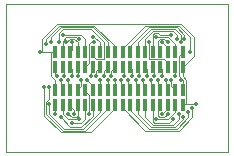
<source format=gtl>
G75*
%MOIN*%
%OFA0B0*%
%FSLAX25Y25*%
%IPPOS*%
%LPD*%
%AMOC8*
5,1,8,0,0,1.08239X$1,22.5*
%
%ADD10C,0.00000*%
%ADD11R,0.01500X0.04000*%
%ADD12C,0.00300*%
%ADD13C,0.01400*%
D10*
X0001800Y0001300D02*
X0001800Y0050761D01*
X0076001Y0050761D01*
X0076001Y0001300D01*
X0001800Y0001300D01*
D11*
X0018300Y0017200D03*
X0020800Y0017200D03*
X0023300Y0017200D03*
X0025800Y0017200D03*
X0028300Y0017200D03*
X0030800Y0017200D03*
X0033300Y0017200D03*
X0035800Y0017200D03*
X0038300Y0017200D03*
X0040800Y0017200D03*
X0043300Y0017200D03*
X0045800Y0017200D03*
X0048300Y0017200D03*
X0050800Y0017200D03*
X0053300Y0017200D03*
X0055800Y0017200D03*
X0058300Y0017200D03*
X0060800Y0017200D03*
X0060800Y0022200D03*
X0058300Y0022200D03*
X0055800Y0022200D03*
X0053300Y0022200D03*
X0050800Y0022200D03*
X0048300Y0022200D03*
X0045800Y0022200D03*
X0043300Y0022200D03*
X0040800Y0022200D03*
X0038300Y0022200D03*
X0035800Y0022200D03*
X0033300Y0022200D03*
X0030800Y0022200D03*
X0028300Y0022200D03*
X0025800Y0022200D03*
X0023300Y0022200D03*
X0020800Y0022200D03*
X0018300Y0022200D03*
X0018300Y0029800D03*
X0020800Y0029800D03*
X0023300Y0029800D03*
X0025800Y0029800D03*
X0028300Y0029800D03*
X0030800Y0029800D03*
X0033300Y0029800D03*
X0035800Y0029800D03*
X0038300Y0029800D03*
X0040800Y0029800D03*
X0043300Y0029800D03*
X0045800Y0029800D03*
X0048300Y0029800D03*
X0050800Y0029800D03*
X0053300Y0029800D03*
X0055800Y0029800D03*
X0058300Y0029800D03*
X0060800Y0029800D03*
X0060800Y0034800D03*
X0058300Y0034800D03*
X0055800Y0034800D03*
X0053300Y0034800D03*
X0050800Y0034800D03*
X0048300Y0034800D03*
X0045800Y0034800D03*
X0043300Y0034800D03*
X0040800Y0034800D03*
X0038300Y0034800D03*
X0035800Y0034800D03*
X0033300Y0034800D03*
X0030800Y0034800D03*
X0028300Y0034800D03*
X0025800Y0034800D03*
X0023300Y0034800D03*
X0020800Y0034800D03*
X0018300Y0034800D03*
D12*
X0017050Y0034800D01*
X0017050Y0026675D01*
X0018300Y0025425D01*
X0018300Y0022200D01*
X0016425Y0022925D02*
X0016425Y0019175D01*
X0015175Y0017925D01*
X0015175Y0014175D01*
X0020800Y0008550D01*
X0028300Y0008550D01*
X0035800Y0016050D01*
X0035800Y0017200D01*
X0038300Y0017200D02*
X0038300Y0016050D01*
X0030175Y0007925D01*
X0020175Y0007925D01*
X0014550Y0013550D01*
X0014550Y0022925D01*
X0020175Y0022925D02*
X0020800Y0022300D01*
X0020800Y0022200D01*
X0020175Y0022925D02*
X0020175Y0025425D01*
X0018925Y0026675D02*
X0018300Y0027300D01*
X0018300Y0029800D01*
X0020800Y0029800D02*
X0021425Y0029175D01*
X0021425Y0026675D01*
X0022675Y0025425D02*
X0022675Y0022925D01*
X0023300Y0022300D01*
X0023300Y0022200D01*
X0025800Y0022200D02*
X0025800Y0022300D01*
X0027050Y0023550D01*
X0027050Y0025425D01*
X0025800Y0026675D02*
X0025800Y0029800D01*
X0023925Y0029175D02*
X0023300Y0029800D01*
X0023925Y0029175D02*
X0023925Y0026675D01*
X0028300Y0029800D02*
X0029550Y0031050D01*
X0029550Y0037300D01*
X0030175Y0037925D01*
X0031425Y0037925D01*
X0033300Y0037925D02*
X0033300Y0034800D01*
X0030800Y0034800D02*
X0030800Y0033550D01*
X0032050Y0032300D01*
X0034550Y0032300D01*
X0034550Y0037925D01*
X0030175Y0042300D01*
X0020800Y0042300D01*
X0019550Y0041050D01*
X0019550Y0037925D01*
X0020800Y0038550D02*
X0020800Y0034800D01*
X0023300Y0034800D02*
X0023925Y0035425D01*
X0023925Y0037925D01*
X0024550Y0039175D02*
X0023300Y0039175D01*
X0022050Y0037925D01*
X0020800Y0038550D02*
X0022050Y0039800D01*
X0025175Y0039800D01*
X0025800Y0039175D01*
X0026425Y0039175D01*
X0025800Y0037925D02*
X0025800Y0034800D01*
X0028300Y0034800D02*
X0028300Y0039175D01*
X0027050Y0040425D01*
X0020800Y0040425D01*
X0020175Y0042925D02*
X0030800Y0042925D01*
X0035800Y0037925D01*
X0035800Y0034800D01*
X0038300Y0034800D02*
X0038300Y0036675D01*
X0031425Y0043550D01*
X0019550Y0043550D01*
X0015175Y0039175D01*
X0015175Y0037300D01*
X0017050Y0037925D02*
X0017050Y0039800D01*
X0020175Y0042925D01*
X0018925Y0044175D02*
X0013925Y0039175D01*
X0013925Y0034800D01*
X0013300Y0034800D01*
X0013925Y0034800D02*
X0017050Y0034800D01*
X0024550Y0039175D02*
X0025800Y0037925D01*
X0030800Y0039800D02*
X0031425Y0039800D01*
X0033300Y0037925D01*
X0040800Y0036050D02*
X0040800Y0034800D01*
X0040800Y0036050D02*
X0048300Y0043550D01*
X0059550Y0043550D01*
X0063300Y0039800D01*
X0063300Y0034800D01*
X0064550Y0033550D02*
X0064550Y0039800D01*
X0060175Y0044175D01*
X0018925Y0044175D01*
X0030800Y0029800D02*
X0030175Y0029175D01*
X0030175Y0026675D01*
X0028925Y0025425D02*
X0030800Y0023550D01*
X0030800Y0022200D01*
X0029550Y0020425D02*
X0028300Y0021675D01*
X0028300Y0022200D01*
X0029550Y0020425D02*
X0029550Y0014175D01*
X0030800Y0013550D02*
X0030800Y0017200D01*
X0028300Y0017200D02*
X0028300Y0012300D01*
X0027050Y0011050D01*
X0023925Y0011050D01*
X0022675Y0012300D02*
X0020800Y0014175D01*
X0020800Y0017200D01*
X0018300Y0017200D02*
X0018300Y0014175D01*
X0016425Y0014175D02*
X0021425Y0009175D01*
X0027675Y0009175D01*
X0033300Y0014800D01*
X0033300Y0017200D01*
X0030800Y0013550D02*
X0027050Y0009800D01*
X0023300Y0009800D01*
X0020175Y0012925D01*
X0022675Y0012300D02*
X0026425Y0012300D01*
X0025800Y0013550D02*
X0025800Y0017200D01*
X0024550Y0015425D02*
X0023300Y0016675D01*
X0023300Y0017200D01*
X0024550Y0015425D02*
X0024550Y0014175D01*
X0025175Y0012925D02*
X0023925Y0012925D01*
X0022675Y0014175D01*
X0025175Y0012925D02*
X0025800Y0013550D01*
X0016425Y0014175D02*
X0016425Y0017300D01*
X0032050Y0026675D02*
X0032050Y0028550D01*
X0033300Y0029800D01*
X0034550Y0028550D02*
X0035800Y0029800D01*
X0034550Y0028550D02*
X0034550Y0026675D01*
X0033300Y0025425D02*
X0033300Y0022200D01*
X0035800Y0022200D02*
X0035800Y0025425D01*
X0037050Y0026675D02*
X0037050Y0028550D01*
X0038300Y0029800D01*
X0040800Y0029800D02*
X0041425Y0029175D01*
X0041425Y0026675D01*
X0040175Y0025425D02*
X0040175Y0022925D01*
X0040800Y0022300D01*
X0040800Y0022200D01*
X0042675Y0022925D02*
X0043300Y0022300D01*
X0043300Y0022200D01*
X0042675Y0022925D02*
X0042675Y0025425D01*
X0043925Y0026675D02*
X0043925Y0029175D01*
X0043300Y0029800D01*
X0045800Y0029800D02*
X0046425Y0029175D01*
X0046425Y0026675D01*
X0045175Y0025425D02*
X0045175Y0022925D01*
X0045800Y0022300D01*
X0045800Y0022200D01*
X0047675Y0022925D02*
X0048300Y0022300D01*
X0048300Y0022200D01*
X0047675Y0022925D02*
X0047675Y0025425D01*
X0048925Y0026675D02*
X0048925Y0029175D01*
X0048300Y0029800D01*
X0050800Y0029800D02*
X0051425Y0029175D01*
X0051425Y0026675D01*
X0050175Y0025425D02*
X0050175Y0022925D01*
X0050800Y0022300D01*
X0050800Y0022200D01*
X0052675Y0022925D02*
X0053300Y0022300D01*
X0053300Y0022200D01*
X0052675Y0022925D02*
X0052675Y0025425D01*
X0053925Y0026675D02*
X0053925Y0029175D01*
X0053300Y0029800D01*
X0055800Y0029800D02*
X0055800Y0031050D01*
X0054550Y0032300D01*
X0049550Y0032300D01*
X0049550Y0037925D01*
X0048300Y0039175D02*
X0048300Y0034800D01*
X0045800Y0034800D02*
X0045800Y0037925D01*
X0050175Y0042300D01*
X0058300Y0042300D01*
X0060175Y0040425D01*
X0060175Y0037925D01*
X0058925Y0039175D02*
X0058925Y0040425D01*
X0057675Y0041675D01*
X0050800Y0041675D01*
X0048300Y0039175D01*
X0050800Y0040425D02*
X0050800Y0034800D01*
X0052675Y0035425D02*
X0053300Y0034800D01*
X0052675Y0035425D02*
X0052675Y0038550D01*
X0053300Y0039175D01*
X0054550Y0039175D01*
X0055800Y0037925D01*
X0055800Y0036050D02*
X0053925Y0037925D01*
X0055800Y0039800D02*
X0052050Y0039800D01*
X0052675Y0041050D02*
X0053300Y0040425D01*
X0057050Y0040425D01*
X0055800Y0039800D02*
X0058300Y0037300D01*
X0058300Y0034800D01*
X0059550Y0033550D02*
X0060800Y0034800D01*
X0059550Y0033550D02*
X0059550Y0026675D01*
X0060800Y0025425D01*
X0060175Y0025425D01*
X0060800Y0025425D02*
X0060800Y0022200D01*
X0058300Y0022200D02*
X0058300Y0022300D01*
X0057050Y0023550D01*
X0057050Y0025425D01*
X0058300Y0026675D02*
X0058300Y0029800D01*
X0060800Y0029800D02*
X0064550Y0033550D01*
X0060800Y0029800D02*
X0060800Y0026675D01*
X0062050Y0025425D01*
X0062050Y0017300D01*
X0065175Y0017300D01*
X0063925Y0016050D02*
X0063925Y0012925D01*
X0059550Y0008550D01*
X0048300Y0008550D01*
X0040800Y0016050D01*
X0040800Y0017200D01*
X0043300Y0017200D02*
X0043300Y0015425D01*
X0049550Y0009175D01*
X0058925Y0009175D01*
X0062675Y0012925D01*
X0062675Y0014800D01*
X0062050Y0017300D02*
X0060800Y0017300D01*
X0060800Y0017200D01*
X0058300Y0017200D02*
X0058300Y0014800D01*
X0055800Y0012300D01*
X0052050Y0012300D01*
X0052675Y0013550D02*
X0053300Y0012925D01*
X0054550Y0012925D01*
X0055800Y0014175D01*
X0055800Y0016050D02*
X0053925Y0014175D01*
X0052675Y0013550D02*
X0052675Y0016050D01*
X0053300Y0016675D01*
X0053300Y0017200D01*
X0055800Y0017200D02*
X0055800Y0016050D01*
X0059550Y0014175D02*
X0059550Y0012300D01*
X0057675Y0010425D01*
X0050800Y0010425D01*
X0048300Y0012925D01*
X0048300Y0017200D01*
X0045800Y0017200D02*
X0045800Y0014175D01*
X0050175Y0009800D01*
X0058300Y0009800D01*
X0060800Y0012300D01*
X0060800Y0012925D01*
X0057675Y0012300D02*
X0056425Y0011050D01*
X0051425Y0011050D01*
X0050800Y0011675D01*
X0050800Y0017200D01*
X0055800Y0022200D02*
X0055800Y0022300D01*
X0055175Y0022925D01*
X0055175Y0025425D01*
X0055800Y0034800D02*
X0055800Y0036050D01*
X0061425Y0039175D02*
X0061425Y0040425D01*
X0058925Y0042925D01*
X0049550Y0042925D01*
X0043300Y0036675D01*
X0043300Y0034800D01*
X0050800Y0040425D02*
X0051425Y0041050D01*
X0052675Y0041050D01*
X0038300Y0025425D02*
X0038300Y0022200D01*
D13*
X0038300Y0025425D03*
X0037050Y0026675D03*
X0035800Y0025425D03*
X0034550Y0026675D03*
X0033300Y0025425D03*
X0032050Y0026675D03*
X0030175Y0026675D03*
X0028925Y0025425D03*
X0027050Y0025425D03*
X0025800Y0026675D03*
X0023925Y0026675D03*
X0022675Y0025425D03*
X0021425Y0026675D03*
X0020175Y0025425D03*
X0018925Y0026675D03*
X0016425Y0022925D03*
X0014550Y0022925D03*
X0016425Y0017300D03*
X0018300Y0014175D03*
X0020175Y0012925D03*
X0022675Y0014175D03*
X0024550Y0014175D03*
X0026425Y0012300D03*
X0023925Y0011050D03*
X0029550Y0014175D03*
X0040175Y0025425D03*
X0041425Y0026675D03*
X0042675Y0025425D03*
X0043925Y0026675D03*
X0045175Y0025425D03*
X0046425Y0026675D03*
X0047675Y0025425D03*
X0048925Y0026675D03*
X0050175Y0025425D03*
X0051425Y0026675D03*
X0052675Y0025425D03*
X0053925Y0026675D03*
X0055175Y0025425D03*
X0057050Y0025425D03*
X0058300Y0026675D03*
X0060175Y0025425D03*
X0065175Y0017300D03*
X0063925Y0016050D03*
X0062675Y0014800D03*
X0060800Y0012925D03*
X0059550Y0014175D03*
X0057675Y0012300D03*
X0055800Y0014175D03*
X0053925Y0014175D03*
X0052050Y0012300D03*
X0063300Y0034800D03*
X0060175Y0037925D03*
X0058925Y0039175D03*
X0057050Y0040425D03*
X0055800Y0037925D03*
X0053925Y0037925D03*
X0052050Y0039800D03*
X0049550Y0037925D03*
X0061425Y0039175D03*
X0031425Y0037925D03*
X0030800Y0039800D03*
X0026425Y0039175D03*
X0023925Y0037925D03*
X0022050Y0037925D03*
X0019550Y0037925D03*
X0017050Y0037925D03*
X0015175Y0037300D03*
X0013300Y0034800D03*
X0020800Y0040425D03*
M02*

</source>
